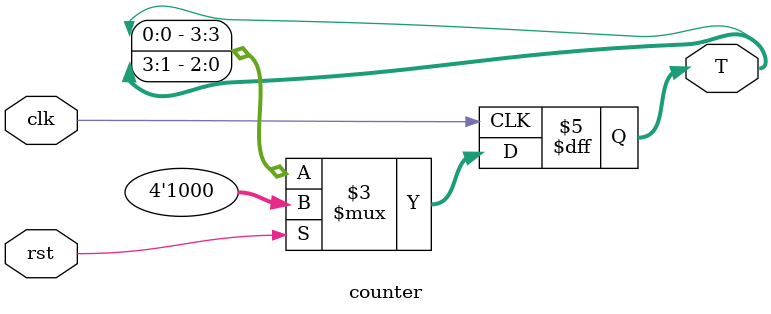
<source format=v>
module counter (
    input wire clk,
    input wire rst,
    output reg [3:0] T
);
  always @(posedge clk) begin
    if (rst) begin
      T <= 4'b1000;
    end else begin
      T <= {T[0], T[3:1]};
    end
  end
endmodule

</source>
